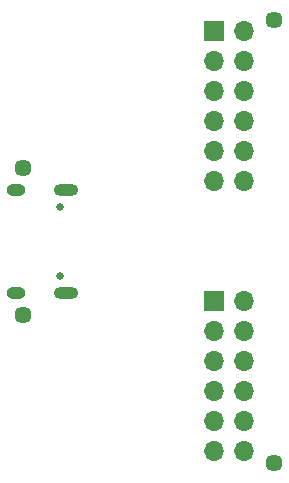
<source format=gbr>
%TF.GenerationSoftware,KiCad,Pcbnew,(5.1.9-0-10_14)*%
%TF.CreationDate,2021-02-28T11:16:04+01:00*%
%TF.ProjectId,PmodUsbUlpi,506d6f64-5573-4625-956c-70692e6b6963,1*%
%TF.SameCoordinates,Original*%
%TF.FileFunction,Soldermask,Bot*%
%TF.FilePolarity,Negative*%
%FSLAX46Y46*%
G04 Gerber Fmt 4.6, Leading zero omitted, Abs format (unit mm)*
G04 Created by KiCad (PCBNEW (5.1.9-0-10_14)) date 2021-02-28 11:16:04*
%MOMM*%
%LPD*%
G01*
G04 APERTURE LIST*
%ADD10C,1.448000*%
%ADD11O,1.700000X1.700000*%
%ADD12R,1.700000X1.700000*%
%ADD13C,0.650000*%
%ADD14O,1.600000X1.000000*%
%ADD15O,2.100000X1.000000*%
G04 APERTURE END LIST*
D10*
%TO.C,REF\u002A\u002A*%
X140000000Y-106250000D03*
%TD*%
%TO.C,REF\u002A\u002A*%
X140000000Y-93750000D03*
%TD*%
%TO.C,REF\u002A\u002A*%
X161250000Y-118750000D03*
%TD*%
%TO.C,REF\u002A\u002A*%
X161250000Y-81250000D03*
%TD*%
D11*
%TO.C,J3*%
X158690000Y-94920000D03*
X156150000Y-94920000D03*
X158690000Y-92380000D03*
X156150000Y-92380000D03*
X158690000Y-89840000D03*
X156150000Y-89840000D03*
X158690000Y-87300000D03*
X156150000Y-87300000D03*
X158690000Y-84760000D03*
X156150000Y-84760000D03*
X158690000Y-82220000D03*
D12*
X156150000Y-82220000D03*
%TD*%
D11*
%TO.C,J2*%
X158690000Y-117780000D03*
X156150000Y-117780000D03*
X158690000Y-115240000D03*
X156150000Y-115240000D03*
X158690000Y-112700000D03*
X156150000Y-112700000D03*
X158690000Y-110160000D03*
X156150000Y-110160000D03*
X158690000Y-107620000D03*
X156150000Y-107620000D03*
X158690000Y-105080000D03*
D12*
X156150000Y-105080000D03*
%TD*%
D13*
%TO.C,J1*%
X143105000Y-97110000D03*
X143105000Y-102890000D03*
D14*
X139425000Y-104320000D03*
X139425000Y-95680000D03*
D15*
X143605000Y-104320000D03*
X143605000Y-95680000D03*
%TD*%
M02*

</source>
